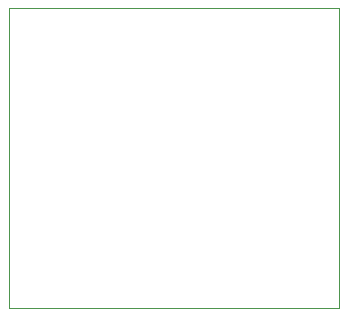
<source format=gko>
G04 Layer_Color=16711935*
%FSLAX25Y25*%
%MOIN*%
G70*
G01*
G75*
%ADD16C,0.00394*%
D16*
X0Y0D02*
X110000D01*
Y100000D01*
X0D02*
X110000D01*
X0Y0D02*
Y100000D01*
Y0D02*
Y100000D01*
X110000D01*
Y0D02*
Y100000D01*
X0Y0D02*
X110000D01*
M02*

</source>
